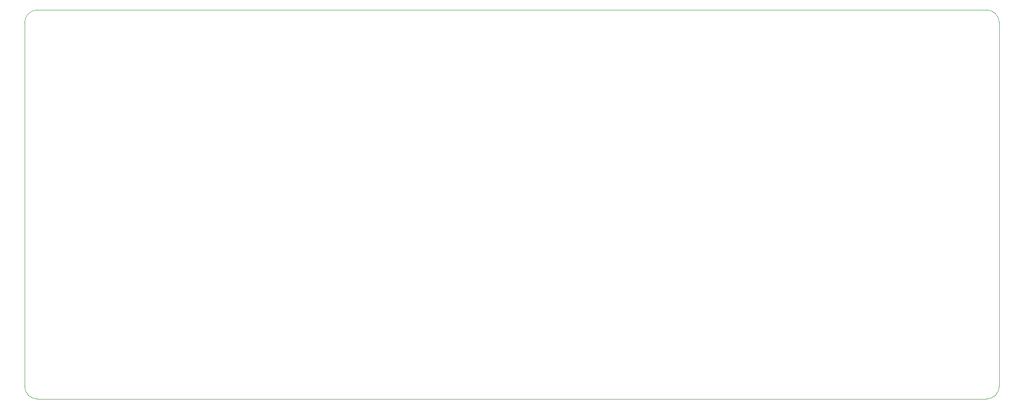
<source format=gbr>
%TF.GenerationSoftware,KiCad,Pcbnew,7.0.7-7.0.7~ubuntu23.04.1*%
%TF.CreationDate,2023-08-22T21:30:14-04:00*%
%TF.ProjectId,KeyboardSpeedrun,4b657962-6f61-4726-9453-706565647275,rev?*%
%TF.SameCoordinates,Original*%
%TF.FileFunction,Profile,NP*%
%FSLAX46Y46*%
G04 Gerber Fmt 4.6, Leading zero omitted, Abs format (unit mm)*
G04 Created by KiCad (PCBNEW 7.0.7-7.0.7~ubuntu23.04.1) date 2023-08-22 21:30:14*
%MOMM*%
%LPD*%
G01*
G04 APERTURE LIST*
%TA.AperFunction,Profile*%
%ADD10C,0.100000*%
%TD*%
G04 APERTURE END LIST*
D10*
X76318750Y-50006250D02*
X261818750Y-50006250D01*
X261818750Y-126206250D02*
X76318750Y-126206250D01*
X264318750Y-52506250D02*
X264318750Y-123706250D01*
X73818750Y-123706250D02*
X73818750Y-52506250D01*
X264318750Y-52506250D02*
G75*
G03*
X261818750Y-50006250I-2499950J50D01*
G01*
X261818750Y-126206250D02*
G75*
G03*
X264318750Y-123706250I50J2499950D01*
G01*
X76318750Y-50006250D02*
G75*
G03*
X73818750Y-52506250I-50J-2499950D01*
G01*
X73818750Y-123706250D02*
G75*
G03*
X76318750Y-126206250I2499950J-50D01*
G01*
M02*

</source>
